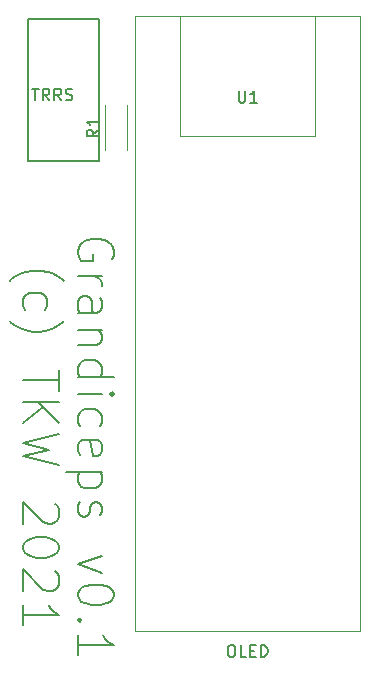
<source format=gbr>
G04 #@! TF.GenerationSoftware,KiCad,Pcbnew,5.1.5+dfsg1-2build2*
G04 #@! TF.CreationDate,2021-01-27T21:50:10+00:00*
G04 #@! TF.ProjectId,grandiceps,6772616e-6469-4636-9570-732e6b696361,rev?*
G04 #@! TF.SameCoordinates,Original*
G04 #@! TF.FileFunction,Legend,Top*
G04 #@! TF.FilePolarity,Positive*
%FSLAX46Y46*%
G04 Gerber Fmt 4.6, Leading zero omitted, Abs format (unit mm)*
G04 Created by KiCad (PCBNEW 5.1.5+dfsg1-2build2) date 2021-01-27 21:50:10*
%MOMM*%
%LPD*%
G04 APERTURE LIST*
%ADD10C,0.150000*%
%ADD11C,0.120000*%
G04 APERTURE END LIST*
D10*
X98719400Y-66443628D02*
X98862257Y-66157914D01*
X98862257Y-65729342D01*
X98719400Y-65300771D01*
X98433685Y-65015057D01*
X98147971Y-64872200D01*
X97576542Y-64729342D01*
X97147971Y-64729342D01*
X96576542Y-64872200D01*
X96290828Y-65015057D01*
X96005114Y-65300771D01*
X95862257Y-65729342D01*
X95862257Y-66015057D01*
X96005114Y-66443628D01*
X96147971Y-66586485D01*
X97147971Y-66586485D01*
X97147971Y-66015057D01*
X95862257Y-67872200D02*
X97862257Y-67872200D01*
X97290828Y-67872200D02*
X97576542Y-68015057D01*
X97719400Y-68157914D01*
X97862257Y-68443628D01*
X97862257Y-68729342D01*
X95862257Y-71015057D02*
X97433685Y-71015057D01*
X97719400Y-70872200D01*
X97862257Y-70586485D01*
X97862257Y-70015057D01*
X97719400Y-69729342D01*
X96005114Y-71015057D02*
X95862257Y-70729342D01*
X95862257Y-70015057D01*
X96005114Y-69729342D01*
X96290828Y-69586485D01*
X96576542Y-69586485D01*
X96862257Y-69729342D01*
X97005114Y-70015057D01*
X97005114Y-70729342D01*
X97147971Y-71015057D01*
X97862257Y-72443628D02*
X95862257Y-72443628D01*
X97576542Y-72443628D02*
X97719400Y-72586485D01*
X97862257Y-72872200D01*
X97862257Y-73300771D01*
X97719400Y-73586485D01*
X97433685Y-73729342D01*
X95862257Y-73729342D01*
X95862257Y-76443628D02*
X98862257Y-76443628D01*
X96005114Y-76443628D02*
X95862257Y-76157914D01*
X95862257Y-75586485D01*
X96005114Y-75300771D01*
X96147971Y-75157914D01*
X96433685Y-75015057D01*
X97290828Y-75015057D01*
X97576542Y-75157914D01*
X97719400Y-75300771D01*
X97862257Y-75586485D01*
X97862257Y-76157914D01*
X97719400Y-76443628D01*
X95862257Y-77872200D02*
X97862257Y-77872200D01*
X98862257Y-77872200D02*
X98719400Y-77729342D01*
X98576542Y-77872200D01*
X98719400Y-78015057D01*
X98862257Y-77872200D01*
X98576542Y-77872200D01*
X96005114Y-80586485D02*
X95862257Y-80300771D01*
X95862257Y-79729342D01*
X96005114Y-79443628D01*
X96147971Y-79300771D01*
X96433685Y-79157914D01*
X97290828Y-79157914D01*
X97576542Y-79300771D01*
X97719400Y-79443628D01*
X97862257Y-79729342D01*
X97862257Y-80300771D01*
X97719400Y-80586485D01*
X96005114Y-83015057D02*
X95862257Y-82729342D01*
X95862257Y-82157914D01*
X96005114Y-81872200D01*
X96290828Y-81729342D01*
X97433685Y-81729342D01*
X97719400Y-81872200D01*
X97862257Y-82157914D01*
X97862257Y-82729342D01*
X97719400Y-83015057D01*
X97433685Y-83157914D01*
X97147971Y-83157914D01*
X96862257Y-81729342D01*
X97862257Y-84443628D02*
X94862257Y-84443628D01*
X97719400Y-84443628D02*
X97862257Y-84729342D01*
X97862257Y-85300771D01*
X97719400Y-85586485D01*
X97576542Y-85729342D01*
X97290828Y-85872200D01*
X96433685Y-85872200D01*
X96147971Y-85729342D01*
X96005114Y-85586485D01*
X95862257Y-85300771D01*
X95862257Y-84729342D01*
X96005114Y-84443628D01*
X96005114Y-87015057D02*
X95862257Y-87300771D01*
X95862257Y-87872200D01*
X96005114Y-88157914D01*
X96290828Y-88300771D01*
X96433685Y-88300771D01*
X96719400Y-88157914D01*
X96862257Y-87872200D01*
X96862257Y-87443628D01*
X97005114Y-87157914D01*
X97290828Y-87015057D01*
X97433685Y-87015057D01*
X97719400Y-87157914D01*
X97862257Y-87443628D01*
X97862257Y-87872200D01*
X97719400Y-88157914D01*
X97862257Y-91586485D02*
X95862257Y-92300771D01*
X97862257Y-93015057D01*
X98862257Y-94729342D02*
X98862257Y-95015057D01*
X98719400Y-95300771D01*
X98576542Y-95443628D01*
X98290828Y-95586485D01*
X97719400Y-95729342D01*
X97005114Y-95729342D01*
X96433685Y-95586485D01*
X96147971Y-95443628D01*
X96005114Y-95300771D01*
X95862257Y-95015057D01*
X95862257Y-94729342D01*
X96005114Y-94443628D01*
X96147971Y-94300771D01*
X96433685Y-94157914D01*
X97005114Y-94015057D01*
X97719400Y-94015057D01*
X98290828Y-94157914D01*
X98576542Y-94300771D01*
X98719400Y-94443628D01*
X98862257Y-94729342D01*
X96147971Y-97015057D02*
X96005114Y-97157914D01*
X95862257Y-97015057D01*
X96005114Y-96872200D01*
X96147971Y-97015057D01*
X95862257Y-97015057D01*
X95862257Y-100015057D02*
X95862257Y-98300771D01*
X95862257Y-99157914D02*
X98862257Y-99157914D01*
X98433685Y-98872200D01*
X98147971Y-98586485D01*
X98005114Y-98300771D01*
X90069400Y-68300771D02*
X90212257Y-68157914D01*
X90640828Y-67872200D01*
X90926542Y-67729342D01*
X91355114Y-67586485D01*
X92069400Y-67443628D01*
X92640828Y-67443628D01*
X93355114Y-67586485D01*
X93783685Y-67729342D01*
X94069400Y-67872200D01*
X94497971Y-68157914D01*
X94640828Y-68300771D01*
X91355114Y-70729342D02*
X91212257Y-70443628D01*
X91212257Y-69872200D01*
X91355114Y-69586485D01*
X91497971Y-69443628D01*
X91783685Y-69300771D01*
X92640828Y-69300771D01*
X92926542Y-69443628D01*
X93069400Y-69586485D01*
X93212257Y-69872200D01*
X93212257Y-70443628D01*
X93069400Y-70729342D01*
X90069400Y-71729342D02*
X90212257Y-71872200D01*
X90640828Y-72157914D01*
X90926542Y-72300771D01*
X91355114Y-72443628D01*
X92069400Y-72586485D01*
X92640828Y-72586485D01*
X93355114Y-72443628D01*
X93783685Y-72300771D01*
X94069400Y-72157914D01*
X94497971Y-71872200D01*
X94640828Y-71729342D01*
X94212257Y-75872200D02*
X94212257Y-77586485D01*
X91212257Y-76729342D02*
X94212257Y-76729342D01*
X91212257Y-78586485D02*
X94212257Y-78586485D01*
X91212257Y-80300771D02*
X92926542Y-79015057D01*
X94212257Y-80300771D02*
X92497971Y-78586485D01*
X94212257Y-81300771D02*
X91212257Y-82015057D01*
X93355114Y-82586485D01*
X91212257Y-83157914D01*
X94212257Y-83872200D01*
X93926542Y-87157914D02*
X94069400Y-87300771D01*
X94212257Y-87586485D01*
X94212257Y-88300771D01*
X94069400Y-88586485D01*
X93926542Y-88729342D01*
X93640828Y-88872200D01*
X93355114Y-88872200D01*
X92926542Y-88729342D01*
X91212257Y-87015057D01*
X91212257Y-88872200D01*
X94212257Y-90729342D02*
X94212257Y-91015057D01*
X94069400Y-91300771D01*
X93926542Y-91443628D01*
X93640828Y-91586485D01*
X93069400Y-91729342D01*
X92355114Y-91729342D01*
X91783685Y-91586485D01*
X91497971Y-91443628D01*
X91355114Y-91300771D01*
X91212257Y-91015057D01*
X91212257Y-90729342D01*
X91355114Y-90443628D01*
X91497971Y-90300771D01*
X91783685Y-90157914D01*
X92355114Y-90015057D01*
X93069400Y-90015057D01*
X93640828Y-90157914D01*
X93926542Y-90300771D01*
X94069400Y-90443628D01*
X94212257Y-90729342D01*
X93926542Y-92872200D02*
X94069400Y-93015057D01*
X94212257Y-93300771D01*
X94212257Y-94015057D01*
X94069400Y-94300771D01*
X93926542Y-94443628D01*
X93640828Y-94586485D01*
X93355114Y-94586485D01*
X92926542Y-94443628D01*
X91212257Y-92729342D01*
X91212257Y-94586485D01*
X91212257Y-97443628D02*
X91212257Y-95729342D01*
X91212257Y-96586485D02*
X94212257Y-96586485D01*
X93783685Y-96300771D01*
X93497971Y-96015057D01*
X93355114Y-95729342D01*
D11*
X115926000Y-56057800D02*
X115926000Y-45897800D01*
X104496000Y-56057800D02*
X115926000Y-56057800D01*
X104496000Y-45897800D02*
X104496000Y-56057800D01*
X100686000Y-97967800D02*
X100686000Y-45897800D01*
X119736000Y-97967800D02*
X100686000Y-97967800D01*
X119736000Y-45897800D02*
X119736000Y-97967800D01*
X100686000Y-45897800D02*
X119736000Y-45897800D01*
X99980000Y-57241200D02*
X99980000Y-53401200D01*
X98140000Y-57241200D02*
X98140000Y-53401200D01*
D10*
X97637600Y-46151800D02*
X91637600Y-46151800D01*
X91637600Y-46151800D02*
X91637600Y-58151800D01*
X91637600Y-58151800D02*
X97637600Y-58151800D01*
X97637600Y-58151800D02*
X97637600Y-46151800D01*
X109449095Y-52200180D02*
X109449095Y-53009704D01*
X109496714Y-53104942D01*
X109544333Y-53152561D01*
X109639571Y-53200180D01*
X109830047Y-53200180D01*
X109925285Y-53152561D01*
X109972904Y-53104942D01*
X110020523Y-53009704D01*
X110020523Y-52200180D01*
X111020523Y-53200180D02*
X110449095Y-53200180D01*
X110734809Y-53200180D02*
X110734809Y-52200180D01*
X110639571Y-52343038D01*
X110544333Y-52438276D01*
X110449095Y-52485895D01*
X97592380Y-55487866D02*
X97116190Y-55821200D01*
X97592380Y-56059295D02*
X96592380Y-56059295D01*
X96592380Y-55678342D01*
X96640000Y-55583104D01*
X96687619Y-55535485D01*
X96782857Y-55487866D01*
X96925714Y-55487866D01*
X97020952Y-55535485D01*
X97068571Y-55583104D01*
X97116190Y-55678342D01*
X97116190Y-56059295D01*
X97592380Y-54535485D02*
X97592380Y-55106914D01*
X97592380Y-54821200D02*
X96592380Y-54821200D01*
X96735238Y-54916438D01*
X96830476Y-55011676D01*
X96878095Y-55106914D01*
X108758619Y-99146380D02*
X108949095Y-99146380D01*
X109044333Y-99194000D01*
X109139571Y-99289238D01*
X109187190Y-99479714D01*
X109187190Y-99813047D01*
X109139571Y-100003523D01*
X109044333Y-100098761D01*
X108949095Y-100146380D01*
X108758619Y-100146380D01*
X108663380Y-100098761D01*
X108568142Y-100003523D01*
X108520523Y-99813047D01*
X108520523Y-99479714D01*
X108568142Y-99289238D01*
X108663380Y-99194000D01*
X108758619Y-99146380D01*
X110091952Y-100146380D02*
X109615761Y-100146380D01*
X109615761Y-99146380D01*
X110425285Y-99622571D02*
X110758619Y-99622571D01*
X110901476Y-100146380D02*
X110425285Y-100146380D01*
X110425285Y-99146380D01*
X110901476Y-99146380D01*
X111330047Y-100146380D02*
X111330047Y-99146380D01*
X111568142Y-99146380D01*
X111711000Y-99194000D01*
X111806238Y-99289238D01*
X111853857Y-99384476D01*
X111901476Y-99574952D01*
X111901476Y-99717809D01*
X111853857Y-99908285D01*
X111806238Y-100003523D01*
X111711000Y-100098761D01*
X111568142Y-100146380D01*
X111330047Y-100146380D01*
X91951195Y-52017680D02*
X92522623Y-52017680D01*
X92236909Y-53017680D02*
X92236909Y-52017680D01*
X93427385Y-53017680D02*
X93094052Y-52541490D01*
X92855957Y-53017680D02*
X92855957Y-52017680D01*
X93236909Y-52017680D01*
X93332147Y-52065300D01*
X93379766Y-52112919D01*
X93427385Y-52208157D01*
X93427385Y-52351014D01*
X93379766Y-52446252D01*
X93332147Y-52493871D01*
X93236909Y-52541490D01*
X92855957Y-52541490D01*
X94427385Y-53017680D02*
X94094052Y-52541490D01*
X93855957Y-53017680D02*
X93855957Y-52017680D01*
X94236909Y-52017680D01*
X94332147Y-52065300D01*
X94379766Y-52112919D01*
X94427385Y-52208157D01*
X94427385Y-52351014D01*
X94379766Y-52446252D01*
X94332147Y-52493871D01*
X94236909Y-52541490D01*
X93855957Y-52541490D01*
X94808338Y-52970061D02*
X94951195Y-53017680D01*
X95189290Y-53017680D01*
X95284528Y-52970061D01*
X95332147Y-52922442D01*
X95379766Y-52827204D01*
X95379766Y-52731966D01*
X95332147Y-52636728D01*
X95284528Y-52589109D01*
X95189290Y-52541490D01*
X94998814Y-52493871D01*
X94903576Y-52446252D01*
X94855957Y-52398633D01*
X94808338Y-52303395D01*
X94808338Y-52208157D01*
X94855957Y-52112919D01*
X94903576Y-52065300D01*
X94998814Y-52017680D01*
X95236909Y-52017680D01*
X95379766Y-52065300D01*
M02*

</source>
